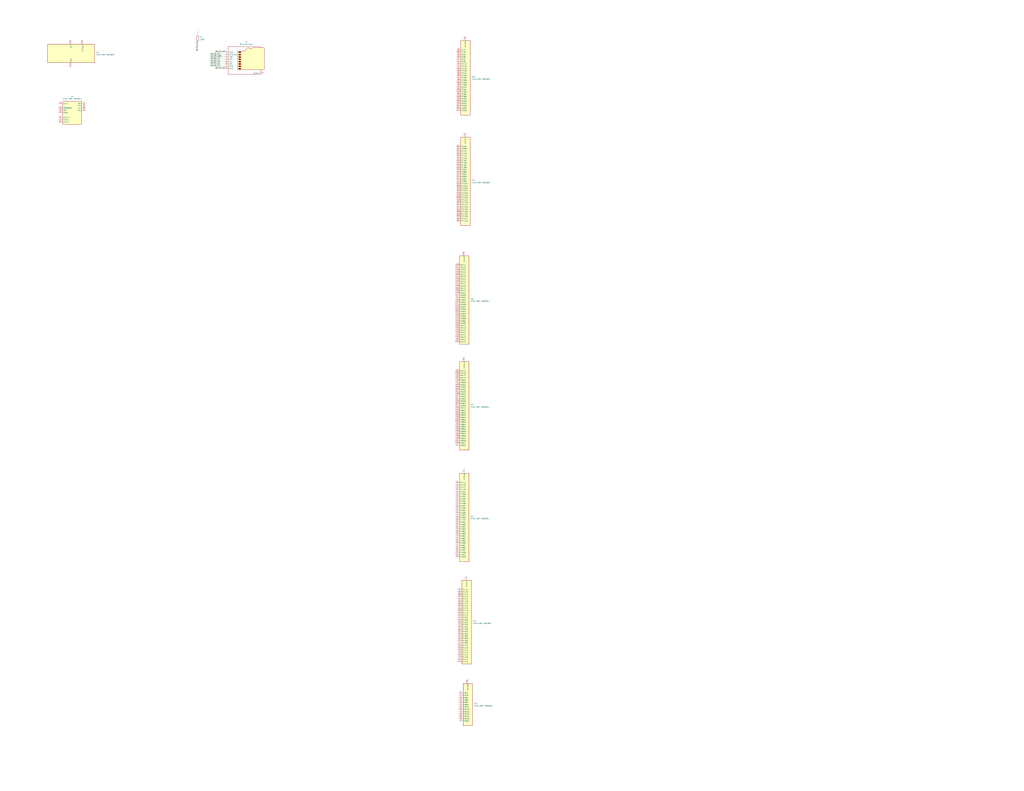
<source format=kicad_sch>
(kicad_sch (version 20231120) (generator "eeschema") (generator_version "8.0")
  (paper "E")
  (lib_symbols
    (symbol "Connector:Micro_SD_Card" (pin_names (offset 1.016))
      (property "Reference" "J" (at -16.51 15.24 0))
      (property "Value" "Micro_SD_Card" (at 16.51 15.24 0))
      (symbol "Micro_SD_Card_0_1"
        (rectangle (start -7.62 -9.525) (end -5.08 -10.795) (fill (type outline)))
        (rectangle (start -7.62 -6.985) (end -5.08 -8.255) (fill (type outline)))
        (rectangle (start -7.62 -4.445) (end -5.08 -5.715) (fill (type outline)))
        (rectangle (start -7.62 -1.905) (end -5.08 -3.175) (fill (type outline)))
        (rectangle (start -7.62 0.635) (end -5.08 -0.635) (fill (type outline)))
        (rectangle (start -7.62 3.175) (end -5.08 1.905) (fill (type outline)))
        (rectangle (start -7.62 5.715) (end -5.08 4.445) (fill (type outline)))
        (rectangle (start -7.62 8.255) (end -5.08 6.985) (fill (type outline)))
        (polyline (pts (xy 16.51 12.7) (xy 16.51 13.97) (xy -19.05 13.97) (xy -19.05 -16.51) (xy 16.51 -16.51) (xy 16.51 -11.43)) (stroke (width 0.254)))
        (polyline (pts (xy -8.89 -11.43) (xy -8.89 8.89) (xy -1.27 8.89) (xy 2.54 12.7) (xy 3.81 12.7) (xy 3.81 11.43) (xy 6.35 11.43) (xy 7.62 12.7) (xy 20.32 12.7) (xy 20.32 -11.43) (xy -8.89 -11.43)) (stroke (width 0.254)) (fill (type background)))
      )
      (symbol "Micro_SD_Card_1_1"
        (pin bidirectional line (at -22.86 7.62 0) (length 3.81) (name "DAT2") (number "1"))
        (pin bidirectional line (at -22.86 5.08 0) (length 3.81) (name "DAT3/CD") (number "2"))
        (pin input line (at -22.86 2.54 0) (length 3.81) (name "CMD") (number "3"))
        (pin power_in line (at -22.86 0 0) (length 3.81) (name "VDD") (number "4"))
        (pin input line (at -22.86 -2.54 0) (length 3.81) (name "CLK") (number "5"))
        (pin power_in line (at -22.86 -5.08 0) (length 3.81) (name "VSS") (number "6"))
        (pin bidirectional line (at -22.86 -7.62 0) (length 3.81) (name "DAT0") (number "7"))
        (pin bidirectional line (at -22.86 -10.16 0) (length 3.81) (name "DAT1") (number "8"))
        (pin passive line (at 20.32 -15.24 180) (length 3.81) (name "SHIELD") (number "9"))
      )
    )
    (symbol "Device:R" (pin_numbers hide) (pin_names (offset 0))
      (property "Reference" "R" (at 2.032 0 90))
      (property "Value" "R" (at 0 0 90))
      (symbol "R_0_1"
        (rectangle (start -1.016 -2.54) (end 1.016 2.54) (stroke (width 0.254)))
      )
      (symbol "R_1_1"
        (pin passive line (at 0 3.81 270) (length 1.27) (name "~") (number "1"))
        (pin passive line (at 0 -3.81 90) (length 1.27) (name "~") (number "2"))
      )
    )
    (symbol "FPGA_Lattice:LFE5U-85F-6BG381x"
      (property "Reference" "U" (at 24.13 16.51 0))
      (property "Value" "LFE5U-85F-6BG381x" (at 24.13 13.97 0))
      (symbol "LFE5U-85F-6BG381x_1_1"
        (rectangle (start -25.4 10.16) (end 25.4 -10.16) (stroke (width 0.3048)) (fill (type background)))
        (pin passive line (at 0 -15.24 90) (length 5.08) hide (name "GND") (number "B14"))
        (pin passive line (at 0 -15.24 90) (length 5.08) hide (name "GND") (number "B7"))
        (pin power_in line (at 0 -15.24 90) (length 5.08) (name "GND") (number "C19"))
        (pin passive line (at 0 -15.24 90) (length 5.08) hide (name "GND") (number "D4"))
        (pin passive line (at 0 -15.24 90) (length 5.08) hide (name "GND") (number "F13"))
        (pin passive line (at 0 -15.24 90) (length 5.08) hide (name "GND") (number "F14"))
        (pin passive line (at 12.7 15.24 270) (length 5.08) hide (name "VCCAUX") (number "F15"))
        (pin passive line (at 12.7 15.24 270) (length 5.08) hide (name "VCCAUX") (number "F6"))
        (pin passive line (at 0 -15.24 90) (length 5.08) hide (name "GND") (number "F7"))
        (pin passive line (at 0 -15.24 90) (length 5.08) hide (name "GND") (number "F8"))
        (pin passive line (at 0 -15.24 90) (length 5.08) hide (name "GND") (number "G10"))
        (pin passive line (at 0 -15.24 90) (length 5.08) hide (name "GND") (number "G11"))
        (pin passive line (at 0 -15.24 90) (length 5.08) hide (name "GND") (number "G12"))
        (pin passive line (at 0 -15.24 90) (length 5.08) hide (name "GND") (number "G13"))
        (pin passive line (at 0 -15.24 90) (length 5.08) hide (name "GND") (number "G14"))
        (pin passive line (at 0 -15.24 90) (length 5.08) hide (name "GND") (number "G15"))
        (pin passive line (at 0 -15.24 90) (length 5.08) hide (name "GND") (number "G17"))
        (pin passive line (at 0 -15.24 90) (length 5.08) hide (name "GND") (number "G4"))
        (pin passive line (at 0 -15.24 90) (length 5.08) hide (name "GND") (number "G6"))
        (pin passive line (at 0 -15.24 90) (length 5.08) hide (name "GND") (number "G7"))
        (pin passive line (at 0 -15.24 90) (length 5.08) hide (name "GND") (number "G8"))
        (pin passive line (at 0 -15.24 90) (length 5.08) hide (name "GND") (number "G9"))
        (pin passive line (at 0 15.24 270) (length 5.08) hide (name "VCC") (number "H10"))
        (pin passive line (at 0 15.24 270) (length 5.08) hide (name "VCC") (number "H11"))
        (pin passive line (at 0 15.24 270) (length 5.08) hide (name "VCC") (number "H12"))
        (pin power_in line (at 0 15.24 270) (length 5.08) (name "VCC") (number "H13"))
        (pin passive line (at 0 -15.24 90) (length 5.08) hide (name "GND") (number "H19"))
        (pin passive line (at 0 15.24 270) (length 5.08) hide (name "VCC") (number "H8"))
        (pin passive line (at 0 15.24 270) (length 5.08) hide (name "VCC") (number "H9"))
        (pin passive line (at 0 -15.24 90) (length 5.08) hide (name "GND") (number "J10"))
        (pin passive line (at 0 -15.24 90) (length 5.08) hide (name "GND") (number "J11"))
        (pin passive line (at 0 -15.24 90) (length 5.08) hide (name "GND") (number "J12"))
        (pin passive line (at 0 15.24 270) (length 5.08) hide (name "VCC") (number "J13"))
        (pin passive line (at 0 -15.24 90) (length 5.08) hide (name "GND") (number "J14"))
        (pin passive line (at 0 -15.24 90) (length 5.08) hide (name "GND") (number "J2"))
        (pin passive line (at 0 -15.24 90) (length 5.08) hide (name "GND") (number "J7"))
        (pin passive line (at 0 15.24 270) (length 5.08) hide (name "VCC") (number "J8"))
        (pin passive line (at 0 -15.24 90) (length 5.08) hide (name "GND") (number "J9"))
        (pin passive line (at 0 -15.24 90) (length 5.08) hide (name "GND") (number "K10"))
        (pin passive line (at 0 -15.24 90) (length 5.08) hide (name "GND") (number "K11"))
        (pin passive line (at 0 -15.24 90) (length 5.08) hide (name "GND") (number "K12"))
        (pin passive line (at 0 15.24 270) (length 5.08) hide (name "VCC") (number "K13"))
        (pin passive line (at 0 -15.24 90) (length 5.08) hide (name "GND") (number "K14"))
        (pin passive line (at 0 -15.24 90) (length 5.08) hide (name "GND") (number "K15"))
        (pin passive line (at 0 -15.24 90) (length 5.08) hide (name "GND") (number "K6"))
        (pin passive line (at 0 -15.24 90) (length 5.08) hide (name "GND") (number "K7"))
        (pin passive line (at 0 15.24 270) (length 5.08) hide (name "VCC") (number "K8"))
        (pin passive line (at 0 -15.24 90) (length 5.08) hide (name "GND") (number "K9"))
        (pin passive line (at 0 -15.24 90) (length 5.08) hide (name "GND") (number "L10"))
        (pin passive line (at 0 -15.24 90) (length 5.08) hide (name "GND") (number "L11"))
        (pin passive line (at 0 -15.24 90) (length 5.08) hide (name "GND") (number "L12"))
        (pin passive line (at 0 15.24 270) (length 5.08) hide (name "VCC") (number "L13"))
        (pin passive line (at 0 15.24 270) (length 5.08) hide (name "VCC") (number "L8"))
        (pin passive line (at 0 -15.24 90) (length 5.08) hide (name "GND") (number "L9"))
        (pin passive line (at 0 -15.24 90) (length 5.08) hide (name "GND") (number "M10"))
        (pin passive line (at 0 -15.24 90) (length 5.08) hide (name "GND") (number "M11"))
        (pin passive line (at 0 -15.24 90) (length 5.08) hide (name "GND") (number "M12"))
        (pin passive line (at 0 15.24 270) (length 5.08) hide (name "VCC") (number "M13"))
        (pin passive line (at 0 -15.24 90) (length 5.08) hide (name "GND") (number "M14"))
        (pin passive line (at 0 -15.24 90) (length 5.08) hide (name "GND") (number "M16"))
        (pin passive line (at 0 -15.24 90) (length 5.08) hide (name "GND") (number "M2"))
        (pin passive line (at 0 -15.24 90) (length 5.08) hide (name "GND") (number "M7"))
        (pin passive line (at 0 15.24 270) (length 5.08) hide (name "VCC") (number "M8"))
        (pin passive line (at 0 -15.24 90) (length 5.08) hide (name "GND") (number "M9"))
        (pin passive line (at 0 15.24 270) (length 5.08) hide (name "VCC") (number "N10"))
        (pin passive line (at 0 15.24 270) (length 5.08) hide (name "VCC") (number "N11"))
        (pin passive line (at 0 15.24 270) (length 5.08) hide (name "VCC") (number "N12"))
        (pin passive line (at 0 15.24 270) (length 5.08) hide (name "VCC") (number "N13"))
        (pin passive line (at 0 -15.24 90) (length 5.08) hide (name "GND") (number "N14"))
        (pin passive line (at 0 -15.24 90) (length 5.08) hide (name "GND") (number "N15"))
        (pin passive line (at 0 -15.24 90) (length 5.08) hide (name "GND") (number "N6"))
        (pin passive line (at 0 -15.24 90) (length 5.08) hide (name "GND") (number "N7"))
        (pin passive line (at 0 15.24 270) (length 5.08) hide (name "VCC") (number "N8"))
        (pin passive line (at 0 15.24 270) (length 5.08) hide (name "VCC") (number "N9"))
        (pin passive line (at 0 -15.24 90) (length 5.08) hide (name "GND") (number "P11"))
        (pin passive line (at 0 -15.24 90) (length 5.08) hide (name "GND") (number "P12"))
        (pin passive line (at 0 -15.24 90) (length 5.08) hide (name "GND") (number "P13"))
        (pin passive line (at 0 -15.24 90) (length 5.08) hide (name "GND") (number "P14"))
        (pin power_in line (at 12.7 15.24 270) (length 5.08) (name "VCCAUX") (number "P15"))
        (pin passive line (at 12.7 15.24 270) (length 5.08) hide (name "VCCAUX") (number "P6"))
        (pin passive line (at 0 -15.24 90) (length 5.08) hide (name "GND") (number "P7"))
        (pin passive line (at 0 -15.24 90) (length 5.08) hide (name "GND") (number "P8"))
        (pin passive line (at 0 -15.24 90) (length 5.08) hide (name "GND") (number "R19"))
        (pin passive line (at 0 -15.24 90) (length 5.08) hide (name "GND") (number "T10"))
        (pin passive line (at 0 -15.24 90) (length 5.08) hide (name "GND") (number "T11"))
        (pin passive line (at 0 -15.24 90) (length 5.08) hide (name "GND") (number "T12"))
        (pin passive line (at 0 -15.24 90) (length 5.08) hide (name "GND") (number "T13"))
        (pin passive line (at 0 -15.24 90) (length 5.08) hide (name "GND") (number "T14"))
        (pin passive line (at 0 -15.24 90) (length 5.08) hide (name "GND") (number "T15"))
        (pin passive line (at 0 -15.24 90) (length 5.08) hide (name "GND") (number "T6"))
        (pin passive line (at 0 -15.24 90) (length 5.08) hide (name "GND") (number "T7"))
        (pin passive line (at 0 -15.24 90) (length 5.08) hide (name "GND") (number "T8"))
        (pin passive line (at 0 -15.24 90) (length 5.08) hide (name "GND") (number "T9"))
        (pin passive line (at 0 -15.24 90) (length 5.08) hide (name "GND") (number "U10"))
        (pin passive line (at 0 -15.24 90) (length 5.08) hide (name "GND") (number "U11"))
        (pin passive line (at 0 -15.24 90) (length 5.08) hide (name "GND") (number "U12"))
        (pin passive line (at 0 -15.24 90) (length 5.08) hide (name "GND") (number "U13"))
        (pin passive line (at 0 -15.24 90) (length 5.08) hide (name "GND") (number "U14"))
        (pin passive line (at 0 -15.24 90) (length 5.08) hide (name "GND") (number "U15"))
        (pin passive line (at 0 -15.24 90) (length 5.08) hide (name "GND") (number "U6"))
        (pin passive line (at 0 -15.24 90) (length 5.08) hide (name "GND") (number "U7"))
        (pin passive line (at 0 -15.24 90) (length 5.08) hide (name "GND") (number "U8"))
        (pin passive line (at 0 -15.24 90) (length 5.08) hide (name "GND") (number "U9"))
        (pin passive line (at 0 -15.24 90) (length 5.08) hide (name "GND") (number "V10"))
        (pin passive line (at 0 -15.24 90) (length 5.08) hide (name "GND") (number "V11"))
        (pin passive line (at 0 -15.24 90) (length 5.08) hide (name "GND") (number "V12"))
        (pin passive line (at 0 -15.24 90) (length 5.08) hide (name "GND") (number "V13"))
        (pin passive line (at 0 -15.24 90) (length 5.08) hide (name "GND") (number "V14"))
        (pin passive line (at 0 -15.24 90) (length 5.08) hide (name "GND") (number "V15"))
        (pin passive line (at 0 -15.24 90) (length 5.08) hide (name "GND") (number "V16"))
        (pin passive line (at 0 -15.24 90) (length 5.08) hide (name "GND") (number "V17"))
        (pin passive line (at 0 -15.24 90) (length 5.08) hide (name "GND") (number "V18"))
        (pin passive line (at 0 -15.24 90) (length 5.08) hide (name "GND") (number "V19"))
        (pin passive line (at 0 -15.24 90) (length 5.08) hide (name "GND") (number "V20"))
        (pin passive line (at 0 -15.24 90) (length 5.08) hide (name "GND") (number "V5"))
        (pin passive line (at 0 -15.24 90) (length 5.08) hide (name "GND") (number "V6"))
        (pin passive line (at 0 -15.24 90) (length 5.08) hide (name "GND") (number "V7"))
        (pin passive line (at 0 -15.24 90) (length 5.08) hide (name "GND") (number "V8"))
        (pin passive line (at 0 -15.24 90) (length 5.08) hide (name "GND") (number "V9"))
        (pin passive line (at 0 -15.24 90) (length 5.08) hide (name "GND") (number "W12"))
        (pin no_connect line (at 25.4 -5.08 180) (length 5.08) hide (name "RESERVED") (number "W13"))
        (pin no_connect line (at 25.4 -2.54 180) (length 5.08) hide (name "RESERVED") (number "W14"))
        (pin passive line (at 0 -15.24 90) (length 5.08) hide (name "GND") (number "W15"))
        (pin passive line (at 0 -15.24 90) (length 5.08) hide (name "GND") (number "W16"))
        (pin no_connect line (at 25.4 0 180) (length 5.08) hide (name "RESERVED") (number "W17"))
        (pin no_connect line (at 25.4 2.54 180) (length 5.08) hide (name "RESERVED") (number "W18"))
        (pin passive line (at 0 -15.24 90) (length 5.08) hide (name "GND") (number "W19"))
        (pin passive line (at 0 -15.24 90) (length 5.08) hide (name "GND") (number "W20"))
        (pin no_connect line (at -25.4 2.54 0) (length 5.08) hide (name "RESERVED") (number "W4"))
        (pin no_connect line (at -25.4 0 0) (length 5.08) hide (name "RESERVED") (number "W5"))
        (pin passive line (at 0 -15.24 90) (length 5.08) hide (name "GND") (number "W6"))
        (pin passive line (at 0 -15.24 90) (length 5.08) hide (name "GND") (number "W7"))
        (pin no_connect line (at -25.4 -2.54 0) (length 5.08) hide (name "RESERVED") (number "W8"))
        (pin no_connect line (at -25.4 -5.08 0) (length 5.08) hide (name "RESERVED") (number "W9"))
        (pin passive line (at 0 -15.24 90) (length 5.08) hide (name "GND") (number "Y11"))
        (pin passive line (at 0 -15.24 90) (length 5.08) hide (name "GND") (number "Y12"))
        (pin passive line (at 0 -15.24 90) (length 5.08) hide (name "GND") (number "Y14"))
        (pin passive line (at 0 -15.24 90) (length 5.08) hide (name "GND") (number "Y15"))
        (pin passive line (at 0 -15.24 90) (length 5.08) hide (name "GND") (number "Y16"))
        (pin passive line (at 0 -15.24 90) (length 5.08) hide (name "GND") (number "Y17"))
        (pin passive line (at 0 -15.24 90) (length 5.08) hide (name "GND") (number "Y19"))
        (pin passive line (at 0 -15.24 90) (length 5.08) hide (name "GND") (number "Y5"))
        (pin passive line (at 0 -15.24 90) (length 5.08) hide (name "GND") (number "Y6"))
        (pin passive line (at 0 -15.24 90) (length 5.08) hide (name "GND") (number "Y7"))
        (pin passive line (at 0 -15.24 90) (length 5.08) hide (name "GND") (number "Y8"))
      )
      (symbol "LFE5U-85F-6BG381x_2_1"
        (rectangle (start -5.08 40.64) (end 5.08 -40.64) (stroke (width 0.3048)) (fill (type background)))
        (pin bidirectional line (at -10.16 -27.94 0) (length 5.08) (name "PT63A") (number "A10"))
        (pin bidirectional line (at -10.16 -30.48 0) (length 5.08) (name "PT63B") (number "A11"))
        (pin bidirectional line (at -10.16 30.48 0) (length 5.08) (name "PT4A") (number "A6"))
        (pin bidirectional line (at -10.16 0 0) (length 5.08) (name "PT18A") (number "A7"))
        (pin bidirectional line (at -10.16 -2.54 0) (length 5.08) (name "PT18B") (number "A8"))
        (pin bidirectional line (at -10.16 -22.86 0) (length 5.08) (name "PT60A") (number "A9"))
        (pin bidirectional line (at -10.16 -25.4 0) (length 5.08) (name "PT60B") (number "B10"))
        (pin bidirectional line (at -10.16 -33.02 0) (length 5.08) (name "PT65A") (number "B11"))
        (pin bidirectional line (at -10.16 27.94 0) (length 5.08) (name "PT4B") (number "B6"))
        (pin bidirectional line (at -10.16 2.54 0) (length 5.08) (name "PT15B") (number "B8"))
        (pin bidirectional line (at -10.16 -17.78 0) (length 5.08) (name "PT58A") (number "B9"))
        (pin bidirectional line (at -10.16 -20.32 0) (length 5.08) (name "PT58B") (number "C10"))
        (pin bidirectional line (at -10.16 -35.56 0) (length 5.08) (name "PT65B") (number "C11"))
        (pin bidirectional line (at -10.16 15.24 0) (length 5.08) (name "PT11A") (number "C6"))
        (pin bidirectional line (at -10.16 12.7 0) (length 5.08) (name "PT11B") (number "C7"))
        (pin bidirectional line (at -10.16 5.08 0) (length 5.08) (name "PT15A") (number "C8"))
        (pin bidirectional line (at -10.16 -10.16 0) (length 5.08) (name "PT54A") (number "C9"))
        (pin bidirectional line (at -10.16 -12.7 0) (length 5.08) (name "PT56A") (number "D10"))
        (pin bidirectional line (at -10.16 22.86 0) (length 5.08) (name "PT6B") (number "D6"))
        (pin bidirectional line (at -10.16 17.78 0) (length 5.08) (name "PT9B") (number "D7"))
        (pin bidirectional line (at -10.16 7.62 0) (length 5.08) (name "PT13B") (number "D8"))
        (pin bidirectional line (at -10.16 -5.08 0) (length 5.08) (name "PT20A") (number "D9"))
        (pin bidirectional line (at -10.16 -15.24 0) (length 5.08) (name "PT56B") (number "E10"))
        (pin bidirectional line (at -10.16 25.4 0) (length 5.08) (name "PT6A") (number "E6"))
        (pin bidirectional line (at -10.16 20.32 0) (length 5.08) (name "PT9A") (number "E7"))
        (pin bidirectional line (at -10.16 10.16 0) (length 5.08) (name "PT13A") (number "E8"))
        (pin bidirectional line (at -10.16 -7.62 0) (length 5.08) (name "PT20B") (number "E9"))
        (pin power_in line (at 0 45.72 270) (length 5.08) (name "VCCIO0") (number "F10"))
        (pin passive line (at 0 45.72 270) (length 5.08) hide (name "VCCIO0") (number "F9"))
      )
      (symbol "LFE5U-85F-6BG381x_3_1"
        (rectangle (start -5.08 48.26) (end 5.08 -48.26) (stroke (width 0.3048)) (fill (type background)))
        (pin bidirectional line (at -10.16 22.86 0) (length 5.08) (name "PT76A") (number "A12"))
        (pin bidirectional line (at -10.16 20.32 0) (length 5.08) (name "PT76B") (number "A13"))
        (pin bidirectional line (at -10.16 7.62 0) (length 5.08) (name "PT83A") (number "A14"))
        (pin bidirectional line (at -10.16 -2.54 0) (length 5.08) (name "PT103A") (number "A15"))
        (pin bidirectional line (at -10.16 -15.24 0) (length 5.08) (name "PT110A") (number "A16"))
        (pin bidirectional line (at -10.16 -30.48 0) (length 5.08) (name "PT116A") (number "A17"))
        (pin bidirectional line (at -10.16 -35.56 0) (length 5.08) (name "PT119A") (number "A18"))
        (pin bidirectional line (at -10.16 -40.64 0) (length 5.08) (name "PT121A") (number "A19"))
        (pin bidirectional line (at -10.16 33.02 0) (length 5.08) (name "PT71A") (number "B12"))
        (pin bidirectional line (at -10.16 17.78 0) (length 5.08) (name "PT78A") (number "B13"))
        (pin bidirectional line (at -10.16 -5.08 0) (length 5.08) (name "PT105A") (number "B15"))
        (pin bidirectional line (at -10.16 -17.78 0) (length 5.08) (name "PT110B") (number "B16"))
        (pin bidirectional line (at -10.16 -25.4 0) (length 5.08) (name "PT114A") (number "B17"))
        (pin bidirectional line (at -10.16 -33.02 0) (length 5.08) (name "PT116B") (number "B18"))
        (pin bidirectional line (at -10.16 -38.1 0) (length 5.08) (name "PT119B") (number "B19"))
        (pin bidirectional line (at -10.16 -43.18 0) (length 5.08) (name "PT121B") (number "B20"))
        (pin bidirectional line (at -10.16 30.48 0) (length 5.08) (name "PT71B") (number "C12"))
        (pin bidirectional line (at -10.16 15.24 0) (length 5.08) (name "PT78B") (number "C13"))
        (pin bidirectional line (at -10.16 5.08 0) (length 5.08) (name "PT83B") (number "C14"))
        (pin bidirectional line (at -10.16 -7.62 0) (length 5.08) (name "PT105B") (number "C15"))
        (pin bidirectional line (at -10.16 -20.32 0) (length 5.08) (name "PT112A") (number "C16"))
        (pin bidirectional line (at -10.16 -27.94 0) (length 5.08) (name "PT114B") (number "C17"))
        (pin bidirectional line (at -10.16 38.1 0) (length 5.08) (name "PT69A") (number "D11"))
        (pin bidirectional line (at -10.16 27.94 0) (length 5.08) (name "PT74A") (number "D12"))
        (pin bidirectional line (at -10.16 12.7 0) (length 5.08) (name "PT80A") (number "D13"))
        (pin bidirectional line (at -10.16 2.54 0) (length 5.08) (name "PT85A") (number "D14"))
        (pin bidirectional line (at -10.16 -10.16 0) (length 5.08) (name "PT107A") (number "D15"))
        (pin bidirectional line (at -10.16 -22.86 0) (length 5.08) (name "PT112B") (number "D16"))
        (pin bidirectional line (at -10.16 35.56 0) (length 5.08) (name "PT69B") (number "E11"))
        (pin bidirectional line (at -10.16 25.4 0) (length 5.08) (name "PT74B") (number "E12"))
        (pin bidirectional line (at -10.16 10.16 0) (length 5.08) (name "PT80B") (number "E13"))
        (pin bidirectional line (at -10.16 0 0) (length 5.08) (name "PT85B") (number "E14"))
        (pin bidirectional line (at -10.16 -12.7 0) (length 5.08) (name "PT107B") (number "E15"))
        (pin passive line (at 0 53.34 270) (length 5.08) hide (name "VCCIO1") (number "F11"))
        (pin power_in line (at 0 53.34 270) (length 5.08) (name "VCCIO1") (number "F12"))
      )
      (symbol "LFE5U-85F-6BG381x_4_1"
        (rectangle (start -5.08 48.26) (end 5.08 -48.26) (stroke (width 0.3048)) (fill (type background)))
        (pin bidirectional line (at -10.16 38.1 0) (length 5.08) (name "PR11A") (number "C18"))
        (pin bidirectional line (at -10.16 -7.62 0) (length 5.08) (name "PR35A") (number "C20"))
        (pin bidirectional line (at -10.16 35.56 0) (length 5.08) (name "PR11B") (number "D17"))
        (pin bidirectional line (at -10.16 27.94 0) (length 5.08) (name "PR14A") (number "D18"))
        (pin bidirectional line (at -10.16 -10.16 0) (length 5.08) (name "PR35B") (number "D19"))
        (pin bidirectional line (at -10.16 -12.7 0) (length 5.08) (name "PR35C") (number "D20"))
        (pin bidirectional line (at -10.16 33.02 0) (length 5.08) (name "PR11C") (number "E16"))
        (pin bidirectional line (at -10.16 25.4 0) (length 5.08) (name "PR14B") (number "E17"))
        (pin bidirectional line (at -10.16 22.86 0) (length 5.08) (name "PR14C") (number "E18"))
        (pin bidirectional line (at -10.16 -15.24 0) (length 5.08) (name "PR35D") (number "E19"))
        (pin bidirectional line (at -10.16 -17.78 0) (length 5.08) (name "PR38A") (number "E20"))
        (pin bidirectional line (at -10.16 30.48 0) (length 5.08) (name "PR11D") (number "F16"))
        (pin bidirectional line (at -10.16 17.78 0) (length 5.08) (name "PR17A") (number "F17"))
        (pin bidirectional line (at -10.16 20.32 0) (length 5.08) (name "PR14D") (number "F18"))
        (pin bidirectional line (at -10.16 -20.32 0) (length 5.08) (name "PR38B") (number "F19"))
        (pin bidirectional line (at -10.16 -22.86 0) (length 5.08) (name "PR38C") (number "F20"))
        (pin bidirectional line (at -10.16 12.7 0) (length 5.08) (name "PR17C") (number "G16"))
        (pin bidirectional line (at -10.16 15.24 0) (length 5.08) (name "PR17B") (number "G18"))
        (pin bidirectional line (at -10.16 -27.94 0) (length 5.08) (name "PR41A") (number "G19"))
        (pin bidirectional line (at -10.16 -25.4 0) (length 5.08) (name "PR38D") (number "G20"))
        (pin passive line (at 0 53.34 270) (length 5.08) hide (name "VCCIO2") (number "H14"))
        (pin power_in line (at 0 53.34 270) (length 5.08) (name "VCCIO2") (number "H15"))
        (pin bidirectional line (at -10.16 10.16 0) (length 5.08) (name "PR17D") (number "H16"))
        (pin bidirectional line (at -10.16 5.08 0) (length 5.08) (name "PR20B") (number "H17"))
        (pin bidirectional line (at -10.16 7.62 0) (length 5.08) (name "PR20A") (number "H18"))
        (pin bidirectional line (at -10.16 -30.48 0) (length 5.08) (name "PR41B") (number "H20"))
        (pin passive line (at 0 53.34 270) (length 5.08) hide (name "VCCIO2") (number "J15"))
        (pin bidirectional line (at -10.16 0 0) (length 5.08) (name "PR20D") (number "J16"))
        (pin bidirectional line (at -10.16 2.54 0) (length 5.08) (name "PR20C") (number "J17"))
        (pin bidirectional line (at -10.16 -33.02 0) (length 5.08) (name "PR41C") (number "J18"))
        (pin bidirectional line (at -10.16 -38.1 0) (length 5.08) (name "PR44A") (number "J19"))
        (pin bidirectional line (at -10.16 -43.18 0) (length 5.08) (name "PR44C") (number "J20"))
        (pin bidirectional line (at -10.16 -2.54 0) (length 5.08) (name "PR29A") (number "K16"))
        (pin bidirectional line (at -10.16 -5.08 0) (length 5.08) (name "PR29B") (number "K17"))
        (pin bidirectional line (at -10.16 -35.56 0) (length 5.08) (name "PR41D") (number "K18"))
        (pin bidirectional line (at -10.16 -40.64 0) (length 5.08) (name "PR44B") (number "K19"))
        (pin bidirectional line (at -10.16 -45.72 0) (length 5.08) (name "PR44D") (number "K20"))
      )
      (symbol "LFE5U-85F-6BG381x_5_1"
        (rectangle (start -5.08 48.26) (end 5.08 -48.26) (stroke (width 0.3048)) (fill (type background)))
        (pin passive line (at 0 53.34 270) (length 5.08) hide (name "VCCIO3") (number "L14"))
        (pin power_in line (at 0 53.34 270) (length 5.08) (name "VCCIO3") (number "L15"))
        (pin bidirectional line (at -10.16 27.94 0) (length 5.08) (name "PR50A") (number "L16"))
        (pin bidirectional line (at -10.16 25.4 0) (length 5.08) (name "PR50B") (number "L17"))
        (pin bidirectional line (at -10.16 22.86 0) (length 5.08) (name "PR50C") (number "L18"))
        (pin bidirectional line (at -10.16 33.02 0) (length 5.08) (name "PR47C") (number "L19"))
        (pin bidirectional line (at -10.16 38.1 0) (length 5.08) (name "PR47A") (number "L20"))
        (pin passive line (at 0 53.34 270) (length 5.08) hide (name "VCCIO3") (number "M15"))
        (pin bidirectional line (at -10.16 15.24 0) (length 5.08) (name "PR53B") (number "M17"))
        (pin bidirectional line (at -10.16 20.32 0) (length 5.08) (name "PR50D") (number "M18"))
        (pin bidirectional line (at -10.16 30.48 0) (length 5.08) (name "PR47D") (number "M19"))
        (pin bidirectional line (at -10.16 35.56 0) (length 5.08) (name "PR47B") (number "M20"))
        (pin bidirectional line (at -10.16 17.78 0) (length 5.08) (name "PR53A") (number "N16"))
        (pin bidirectional line (at -10.16 7.62 0) (length 5.08) (name "PR56A") (number "N17"))
        (pin bidirectional line (at -10.16 12.7 0) (length 5.08) (name "PR53C") (number "N18"))
        (pin bidirectional line (at -10.16 -5.08 0) (length 5.08) (name "PR83A") (number "N19"))
        (pin bidirectional line (at -10.16 -7.62 0) (length 5.08) (name "PR83B") (number "N20"))
        (pin bidirectional line (at -10.16 5.08 0) (length 5.08) (name "PR56B") (number "P16"))
        (pin bidirectional line (at -10.16 10.16 0) (length 5.08) (name "PR53D") (number "P17"))
        (pin bidirectional line (at -10.16 -12.7 0) (length 5.08) (name "PR83D") (number "P18"))
        (pin bidirectional line (at -10.16 -10.16 0) (length 5.08) (name "PR83C") (number "P19"))
        (pin bidirectional line (at -10.16 -15.24 0) (length 5.08) (name "PR86A") (number "P20"))
        (pin bidirectional line (at -10.16 2.54 0) (length 5.08) (name "PR56C") (number "R16"))
        (pin bidirectional line (at -10.16 0 0) (length 5.08) (name "PR56D") (number "R17"))
        (pin bidirectional line (at -10.16 -27.94 0) (length 5.08) (name "PR89B") (number "R18"))
        (pin bidirectional line (at -10.16 -17.78 0) (length 5.08) (name "PR86B") (number "R20"))
        (pin bidirectional line (at -10.16 -2.54 0) (length 5.08) (name "PR77A") (number "T16"))
        (pin bidirectional line (at -10.16 -43.18 0) (length 5.08) (name "PR92D") (number "T17"))
        (pin bidirectional line (at -10.16 -33.02 0) (length 5.08) (name "PR89D") (number "T18"))
        (pin bidirectional line (at -10.16 -25.4 0) (length 5.08) (name "PR89A") (number "T19"))
        (pin bidirectional line (at -10.16 -20.32 0) (length 5.08) (name "PR86C") (number "T20"))
        (pin bidirectional line (at -10.16 -40.64 0) (length 5.08) (name "PR92C") (number "U16"))
        (pin bidirectional line (at -10.16 -38.1 0) (length 5.08) (name "PR92B") (number "U17"))
        (pin bidirectional line (at -10.16 -35.56 0) (length 5.08) (name "PR92A") (number "U18"))
        (pin bidirectional line (at -10.16 -30.48 0) (length 5.08) (name "PR89C") (number "U19"))
        (pin bidirectional line (at -10.16 -22.86 0) (length 5.08) (name "PR86D") (number "U20"))
      )
      (symbol "LFE5U-85F-6BG381x_6_1"
        (rectangle (start -5.08 48.26) (end 5.08 -48.26) (stroke (width 0.3048)) (fill (type background)))
        (pin bidirectional line (at -10.16 35.56 0) (length 5.08) (name "PL47B") (number "F1"))
        (pin bidirectional line (at -10.16 30.48 0) (length 5.08) (name "PL47D") (number "G1"))
        (pin bidirectional line (at -10.16 38.1 0) (length 5.08) (name "PL47A") (number "G2"))
        (pin bidirectional line (at -10.16 12.7 0) (length 5.08) (name "PL53C") (number "H1"))
        (pin bidirectional line (at -10.16 33.02 0) (length 5.08) (name "PL47C") (number "H2"))
        (pin bidirectional line (at -10.16 15.24 0) (length 5.08) (name "PL53B") (number "J1"))
        (pin bidirectional line (at -10.16 22.86 0) (length 5.08) (name "PL50C") (number "J3"))
        (pin bidirectional line (at -10.16 27.94 0) (length 5.08) (name "PL50A") (number "J4"))
        (pin bidirectional line (at -10.16 25.4 0) (length 5.08) (name "PL50B") (number "J5"))
        (pin bidirectional line (at -10.16 10.16 0) (length 5.08) (name "PL53D") (number "K1"))
        (pin bidirectional line (at -10.16 17.78 0) (length 5.08) (name "PL53A") (number "K2"))
        (pin bidirectional line (at -10.16 20.32 0) (length 5.08) (name "PL50D") (number "K3"))
        (pin bidirectional line (at -10.16 7.62 0) (length 5.08) (name "PL56A") (number "K4"))
        (pin bidirectional line (at -10.16 5.08 0) (length 5.08) (name "PL56B") (number "K5"))
        (pin bidirectional line (at -10.16 -30.48 0) (length 5.08) (name "PL89C") (number "L1"))
        (pin bidirectional line (at -10.16 -22.86 0) (length 5.08) (name "PL86D") (number "L2"))
        (pin bidirectional line (at -10.16 -20.32 0) (length 5.08) (name "PL86C") (number "L3"))
        (pin bidirectional line (at -10.16 2.54 0) (length 5.08) (name "PL56C") (number "L4"))
        (pin bidirectional line (at -10.16 0 0) (length 5.08) (name "PL56D") (number "L5"))
        (pin passive line (at 0 53.34 270) (length 5.08) hide (name "VCCIO6") (number "L6"))
        (pin power_in line (at 0 53.34 270) (length 5.08) (name "VCCIO6") (number "L7"))
        (pin bidirectional line (at -10.16 -27.94 0) (length 5.08) (name "PL89B") (number "M1"))
        (pin bidirectional line (at -10.16 -17.78 0) (length 5.08) (name "PL86B") (number "M3"))
        (pin bidirectional line (at -10.16 -5.08 0) (length 5.08) (name "PL83A") (number "M4"))
        (pin bidirectional line (at -10.16 -2.54 0) (length 5.08) (name "PL77A") (number "M5"))
        (pin passive line (at 0 53.34 270) (length 5.08) hide (name "VCCIO6") (number "M6"))
        (pin bidirectional line (at -10.16 -33.02 0) (length 5.08) (name "PL89D") (number "N1"))
        (pin bidirectional line (at -10.16 -25.4 0) (length 5.08) (name "PL89A") (number "N2"))
        (pin bidirectional line (at -10.16 -15.24 0) (length 5.08) (name "PL86A") (number "N3"))
        (pin bidirectional line (at -10.16 -10.16 0) (length 5.08) (name "PL83C") (number "N4"))
        (pin bidirectional line (at -10.16 -7.62 0) (length 5.08) (name "PL83B") (number "N5"))
        (pin bidirectional line (at -10.16 -35.56 0) (length 5.08) (name "PL92A") (number "P1"))
        (pin bidirectional line (at -10.16 -38.1 0) (length 5.08) (name "PL92B") (number "P2"))
        (pin bidirectional line (at -10.16 -40.64 0) (length 5.08) (name "PL92C") (number "P3"))
        (pin bidirectional line (at -10.16 -43.18 0) (length 5.08) (name "PL92D") (number "P4"))
        (pin bidirectional line (at -10.16 -12.7 0) (length 5.08) (name "PL83D") (number "P5"))
      )
      (symbol "LFE5U-85F-6BG381x_7_1"
        (rectangle (start -5.08 45.72) (end 5.08 -45.72) (stroke (width 0.3048)) (fill (type background)))
        (pin bidirectional line (at -10.16 -5.08 0) (length 5.08) (name "PL35A") (number "A2"))
        (pin bidirectional line (at -10.16 20.32 0) (length 5.08) (name "PL14C") (number "A3"))
        (pin bidirectional line (at -10.16 35.56 0) (length 5.08) (name "PL11A") (number "A4"))
        (pin bidirectional line (at -10.16 33.02 0) (length 5.08) (name "PL11B") (number "A5"))
        (pin bidirectional line (at -10.16 -7.62 0) (length 5.08) (name "PL35B") (number "B1"))
        (pin bidirectional line (at -10.16 -10.16 0) (length 5.08) (name "PL35C") (number "B2"))
        (pin bidirectional line (at -10.16 17.78 0) (length 5.08) (name "PL14D") (number "B3"))
        (pin bidirectional line (at -10.16 22.86 0) (length 5.08) (name "PL14B") (number "B4"))
        (pin bidirectional line (at -10.16 30.48 0) (length 5.08) (name "PL11C") (number "B5"))
        (pin bidirectional line (at -10.16 -15.24 0) (length 5.08) (name "PL38A") (number "C1"))
        (pin bidirectional line (at -10.16 -12.7 0) (length 5.08) (name "PL35D") (number "C2"))
        (pin bidirectional line (at -10.16 10.16 0) (length 5.08) (name "PL17C") (number "C3"))
        (pin bidirectional line (at -10.16 25.4 0) (length 5.08) (name "PL14A") (number "C4"))
        (pin bidirectional line (at -10.16 27.94 0) (length 5.08) (name "PL11D") (number "C5"))
        (pin bidirectional line (at -10.16 -17.78 0) (length 5.08) (name "PL38B") (number "D1"))
        (pin bidirectional line (at -10.16 -20.32 0) (length 5.08) (name "PL38C") (number "D2"))
        (pin bidirectional line (at -10.16 7.62 0) (length 5.08) (name "PL17D") (number "D3"))
        (pin bidirectional line (at -10.16 12.7 0) (length 5.08) (name "PL17B") (number "D5"))
        (pin bidirectional line (at -10.16 -22.86 0) (length 5.08) (name "PL38D") (number "E1"))
        (pin bidirectional line (at -10.16 -43.18 0) (length 5.08) (name "PL44D") (number "E2"))
        (pin bidirectional line (at -10.16 2.54 0) (length 5.08) (name "PL20B") (number "E3"))
        (pin bidirectional line (at -10.16 15.24 0) (length 5.08) (name "PL17A") (number "E4"))
        (pin bidirectional line (at -10.16 0 0) (length 5.08) (name "PL20C") (number "E5"))
        (pin bidirectional line (at -10.16 -40.64 0) (length 5.08) (name "PL44C") (number "F2"))
        (pin bidirectional line (at -10.16 -38.1 0) (length 5.08) (name "PL44B") (number "F3"))
        (pin bidirectional line (at -10.16 5.08 0) (length 5.08) (name "PL20A") (number "F4"))
        (pin bidirectional line (at -10.16 -2.54 0) (length 5.08) (name "PL20D") (number "F5"))
        (pin bidirectional line (at -10.16 -35.56 0) (length 5.08) (name "PL44A") (number "G3"))
        (pin bidirectional line (at -10.16 -27.94 0) (length 5.08) (name "PL41B") (number "G5"))
        (pin bidirectional line (at -10.16 -33.02 0) (length 5.08) (name "PL41D") (number "H3"))
        (pin bidirectional line (at -10.16 -25.4 0) (length 5.08) (name "PL41A") (number "H4"))
        (pin bidirectional line (at -10.16 -30.48 0) (length 5.08) (name "PL41C") (number "H5"))
        (pin passive line (at 0 50.8 270) (length 5.08) hide (name "VCCIO7") (number "H6"))
        (pin power_in line (at 0 50.8 270) (length 5.08) (name "VCCIO7") (number "H7"))
        (pin passive line (at 0 50.8 270) (length 5.08) hide (name "VCCIO7") (number "J6"))
      )
      (symbol "LFE5U-85F-6BG381x_8_1"
        (rectangle (start -5.08 22.86) (end 5.08 -22.86) (stroke (width 0.3048)) (fill (type background)))
        (pin power_in line (at 0 27.94 270) (length 5.08) (name "VCCIO8") (number "P10"))
        (pin passive line (at 0 27.94 270) (length 5.08) hide (name "VCCIO8") (number "P9"))
        (pin bidirectional line (at -10.16 12.7 0) (length 5.08) (name "PB4A") (number "R1"))
        (pin bidirectional line (at -10.16 -12.7 0) (length 5.08) (name "PB15A") (number "R2"))
        (pin bidirectional line (at -10.16 -15.24 0) (length 5.08) (name "PB15B") (number "R3"))
        (pin bidirectional line (at -10.16 10.16 0) (length 5.08) (name "PB4B") (number "T1"))
        (pin bidirectional line (at -10.16 -7.62 0) (length 5.08) (name "PB13A") (number "T2"))
        (pin bidirectional line (at -10.16 -17.78 0) (length 5.08) (name "PB18A") (number "T3"))
        (pin bidirectional line (at -10.16 7.62 0) (length 5.08) (name "PB6A") (number "U1"))
        (pin bidirectional line (at -10.16 -10.16 0) (length 5.08) (name "PB13B") (number "U2"))
        (pin bidirectional line (at -10.16 5.08 0) (length 5.08) (name "PB6B") (number "V1"))
        (pin bidirectional line (at -10.16 -2.54 0) (length 5.08) (name "PB11A") (number "V2"))
        (pin bidirectional line (at -10.16 2.54 0) (length 5.08) (name "PB9A") (number "W1"))
        (pin bidirectional line (at -10.16 -5.08 0) (length 5.08) (name "PB11B") (number "W2"))
        (pin bidirectional line (at -10.16 0 0) (length 5.08) (name "PB9B") (number "Y2"))
      )
      (symbol "LFE5U-85F-6BG381x_9_1"
        (rectangle (start -10.16 12.7) (end 10.16 -12.7) (stroke (width 0.3048)) (fill (type background)))
        (pin input line (at -15.24 -10.16 0) (length 5.08) (name "CFG_2") (number "R4"))
        (pin input line (at 15.24 5.08 180) (length 5.08) (name "TDI") (number "R5"))
        (pin input line (at -15.24 -7.62 0) (length 5.08) (name "CFG_1") (number "T4"))
        (pin input line (at 15.24 7.62 180) (length 5.08) (name "TCK") (number "T5"))
        (pin bidirectional line (at -15.24 10.16 0) (length 5.08) (name "CCLK") (number "U3"))
        (pin input line (at -15.24 -5.08 0) (length 5.08) (name "CFG_0") (number "U4"))
        (pin input line (at 15.24 2.54 180) (length 5.08) (name "TMS") (number "U5"))
        (pin open_collector line (at -15.24 2.54 0) (length 5.08) (name "~{INIT}") (number "V3"))
        (pin output line (at 15.24 10.16 180) (length 5.08) (name "TDO") (number "V4"))
        (pin no_connect line (at 10.16 -2.54 180) (length 5.08) hide (name "RESERVED") (number "W10"))
        (pin no_connect line (at 10.16 -5.08 180) (length 5.08) hide (name "RESERVED") (number "W11"))
        (pin input line (at -15.24 5.08 0) (length 5.08) (name "~{PROGRAM}") (number "W3"))
        (pin open_collector line (at -15.24 0 0) (length 5.08) (name "DONE") (number "Y3"))
      )
    )
  )
  (wire (pts (xy 215.9 33.02) (xy 215.9 38.1)))
  (wire (pts (xy 228.6 64.77) (xy 245.11 64.77)))
  (wire (pts (xy 215.9 45.72) (xy 215.9 55.88)))
  (wire (pts (xy 228.6 67.31) (xy 245.11 67.31)))
  (wire (pts (xy 234.95 57.15) (xy 245.11 57.15)))
  (wire (pts (xy 228.6 59.69) (xy 245.11 59.69)))
  (wire (pts (xy 228.6 69.85) (xy 245.11 69.85)))
  (wire (pts (xy 228.6 62.23) (xy 245.11 62.23)))
  (wire (pts (xy 234.95 74.93) (xy 245.11 74.93)))
  (wire (pts (xy 228.6 72.39) (xy 245.11 72.39)))
  (label "SD_SPI_CS" (at 229.87 59.69 0))
  (label "SD_SPI_CS" (at 229.87 67.31 0))
  (label "SD_PULLUP" (at 234.95 74.93 0))
  (label "SD_SPI_CS" (at 229.87 72.39 0))
  (label "SD_PULLUP" (at 215.9 55.88 90))
  (label "SD_SPI_CS" (at 229.87 69.85 0))
  (label "SD_SPI_CS" (at 229.87 64.77 0))
  (label "SD_SPI_MOSI" (at 229.87 62.23 0))
  (label "SD_PULLUP" (at 234.95 57.15 0))
  (symbol (lib_id "FPGA_Lattice:LFE5U-85F-6BG381x") (at 508 198.12 0) (unit 3)
    (property "Reference" "U1" (at 514.35 196.8499 0) (effects (justify left)))
    (property "Value" "LFE5U-85F-6BG381x" (at 514.35 199.3899 0) (effects (justify left)))
    (property "Footprint" "Package_BGA:Lattice_caBGA-381_17.0x17.0mm_Layout20x20_P0.8mm_Ball0.4mm_Pad0.4mm_NSMD" (effects (hide yes)))
    (property "Datasheet" "https://www.latticesemi.com/view_document?document_id=50461" (effects (hide yes)))
    (property "Description" "ECP5 FPGA, 84K LUTs, 1.2V, BGA-381" (effects (hide yes)))
  )
  (symbol (lib_id "Connector:Micro_SD_Card") (at 267.97 64.77 0) (unit 1)
    (property "Reference" "J1" (at 268.605 45.72 0))
    (property "Value" "Micro_SD_Card" (at 268.605 48.26 0))
    (property "Datasheet" "http://katalog.we-online.de/em/datasheet/693072010801.pdf" (effects (hide yes)))
    (property "Description" "Micro SD Card Socket" (effects (hide yes)))
  )
  (symbol (lib_id "FPGA_Lattice:LFE5U-85F-6BG381x") (at 508 85.09 0) (unit 2)
    (property "Reference" "U1" (at 514.35 83.8199 0) (effects (justify left)))
    (property "Value" "LFE5U-85F-6BG381x" (at 514.35 86.3599 0) (effects (justify left)))
    (property "Footprint" "Package_BGA:Lattice_caBGA-381_17.0x17.0mm_Layout20x20_P0.8mm_Ball0.4mm_Pad0.4mm_NSMD" (effects (hide yes)))
    (property "Datasheet" "https://www.latticesemi.com/view_document?document_id=50461" (effects (hide yes)))
    (property "Description" "ECP5 FPGA, 84K LUTs, 1.2V, BGA-381" (effects (hide yes)))
  )
  (symbol (lib_id "FPGA_Lattice:LFE5U-85F-6BG381x") (at 506.73 565.15 0) (unit 6)
    (property "Reference" "U1" (at 513.08 563.8799 0) (effects (justify left)))
    (property "Value" "LFE5U-85F-6BG381x" (at 513.08 566.4199 0) (effects (justify left)))
    (property "Footprint" "Package_BGA:Lattice_caBGA-381_17.0x17.0mm_Layout20x20_P0.8mm_Ball0.4mm_Pad0.4mm_NSMD" (effects (hide yes)))
    (property "Datasheet" "https://www.latticesemi.com/view_document?document_id=50461" (effects (hide yes)))
    (property "Description" "ECP5 FPGA, 84K LUTs, 1.2V, BGA-381" (effects (hide yes)))
  )
  (symbol (lib_id "FPGA_Lattice:LFE5U-85F-6BG381x") (at 506.73 327.66 0) (unit 4)
    (property "Reference" "U1" (at 513.08 326.3899 0) (effects (justify left)))
    (property "Value" "LFE5U-85F-6BG381x" (at 513.08 328.9299 0) (effects (justify left)))
    (property "Footprint" "Package_BGA:Lattice_caBGA-381_17.0x17.0mm_Layout20x20_P0.8mm_Ball0.4mm_Pad0.4mm_NSMD" (effects (hide yes)))
    (property "Datasheet" "https://www.latticesemi.com/view_document?document_id=50461" (effects (hide yes)))
    (property "Description" "ECP5 FPGA, 84K LUTs, 1.2V, BGA-381" (effects (hide yes)))
  )
  (symbol (lib_id "Device:R") (at 215.9 41.91 0) (unit 1)
    (property "Reference" "R1" (at 218.44 40.6399 0) (effects (justify left)))
    (property "Value" "100k" (at 218.44 43.1799 0) (effects (justify left)))
    (property "Description" "Resistor" (effects (hide yes)))
  )
  (symbol (lib_id "FPGA_Lattice:LFE5U-85F-6BG381x") (at 78.74 123.19 0) (unit 9)
    (property "Reference" "U1" (at 78.74 105.41 0))
    (property "Value" "LFE5U-85F-6BG381x" (at 78.74 107.95 0))
    (property "Footprint" "Package_BGA:Lattice_caBGA-381_17.0x17.0mm_Layout20x20_P0.8mm_Ball0.4mm_Pad0.4mm_NSMD" (effects (hide yes)))
    (property "Datasheet" "https://www.latticesemi.com/view_document?document_id=50461" (effects (hide yes)))
    (property "Description" "ECP5 FPGA, 84K LUTs, 1.2V, BGA-381" (effects (hide yes)))
  )
  (symbol (lib_id "FPGA_Lattice:LFE5U-85F-6BG381x") (at 510.54 769.62 0) (unit 8)
    (property "Reference" "U1" (at 516.89 768.3499 0) (effects (justify left)))
    (property "Value" "LFE5U-85F-6BG381x" (at 516.89 770.8899 0) (effects (justify left)))
    (property "Footprint" "Package_BGA:Lattice_caBGA-381_17.0x17.0mm_Layout20x20_P0.8mm_Ball0.4mm_Pad0.4mm_NSMD" (effects (hide yes)))
    (property "Datasheet" "https://www.latticesemi.com/view_document?document_id=50461" (effects (hide yes)))
    (property "Description" "ECP5 FPGA, 84K LUTs, 1.2V, BGA-381" (effects (hide yes)))
  )
  (symbol (lib_id "FPGA_Lattice:LFE5U-85F-6BG381x") (at 509.27 679.45 0) (unit 7)
    (property "Reference" "U1" (at 515.62 678.1799 0) (effects (justify left)))
    (property "Value" "LFE5U-85F-6BG381x" (at 515.62 680.7199 0) (effects (justify left)))
    (property "Footprint" "Package_BGA:Lattice_caBGA-381_17.0x17.0mm_Layout20x20_P0.8mm_Ball0.4mm_Pad0.4mm_NSMD" (effects (hide yes)))
    (property "Datasheet" "https://www.latticesemi.com/view_document?document_id=50461" (effects (hide yes)))
    (property "Description" "ECP5 FPGA, 84K LUTs, 1.2V, BGA-381" (effects (hide yes)))
  )
  (symbol (lib_id "FPGA_Lattice:LFE5U-85F-6BG381x") (at 506.73 443.23 0) (unit 5)
    (property "Reference" "U1" (at 513.08 441.9599 0) (effects (justify left)))
    (property "Value" "LFE5U-85F-6BG381x" (at 513.08 444.4999 0) (effects (justify left)))
    (property "Footprint" "Package_BGA:Lattice_caBGA-381_17.0x17.0mm_Layout20x20_P0.8mm_Ball0.4mm_Pad0.4mm_NSMD" (effects (hide yes)))
    (property "Datasheet" "https://www.latticesemi.com/view_document?document_id=50461" (effects (hide yes)))
    (property "Description" "ECP5 FPGA, 84K LUTs, 1.2V, BGA-381" (effects (hide yes)))
  )
  (symbol (lib_id "FPGA_Lattice:LFE5U-85F-6BG381x") (at 77.47 58.42 0) (unit 1)
    (property "Reference" "U1" (at 104.14 57.1499 0) (effects (justify left)))
    (property "Value" "LFE5U-85F-6BG381x" (at 104.14 59.6899 0) (effects (justify left)))
    (property "Footprint" "Package_BGA:Lattice_caBGA-381_17.0x17.0mm_Layout20x20_P0.8mm_Ball0.4mm_Pad0.4mm_NSMD" (effects (hide yes)))
    (property "Datasheet" "https://www.latticesemi.com/view_document?document_id=50461" (effects (hide yes)))
    (property "Description" "ECP5 FPGA, 84K LUTs, 1.2V, BGA-381" (effects (hide yes)))
  )
)
</source>
